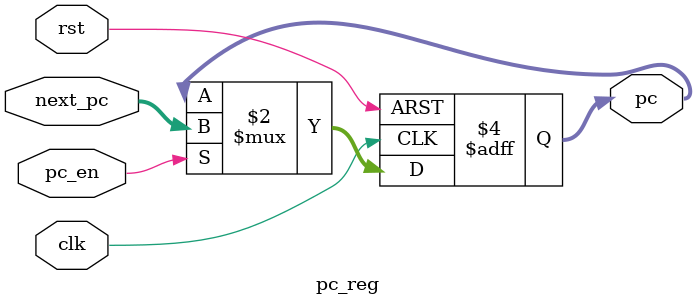
<source format=v>





module pc_reg (
    input  wire clk,
    input  wire rst,
    input  wire pc_en,
    input  wire [31:0] next_pc,
    output reg  [31:0] pc
);
    always @(posedge clk or posedge rst) begin
        if (rst)
            pc <= 32'h0000_0000;
        else if (pc_en)
            pc <= next_pc;
    end
endmodule






</source>
